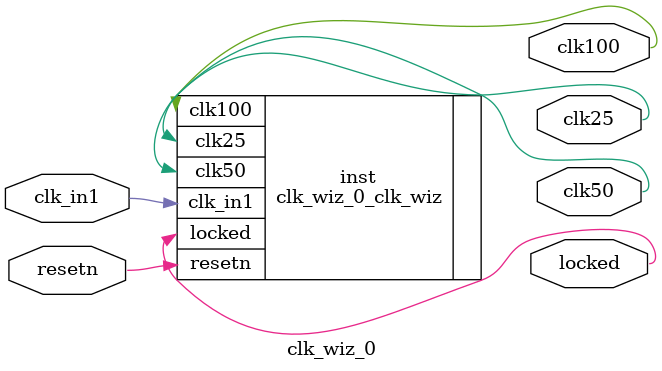
<source format=v>


`timescale 1ps/1ps

(* CORE_GENERATION_INFO = "clk_wiz_0,clk_wiz_v6_0_8_0_0,{component_name=clk_wiz_0,use_phase_alignment=true,use_min_o_jitter=false,use_max_i_jitter=false,use_dyn_phase_shift=false,use_inclk_switchover=false,use_dyn_reconfig=false,enable_axi=0,feedback_source=FDBK_AUTO,PRIMITIVE=MMCM,num_out_clk=3,clkin1_period=83.333,clkin2_period=10.0,use_power_down=false,use_reset=true,use_locked=true,use_inclk_stopped=false,feedback_type=SINGLE,CLOCK_MGR_TYPE=NA,manual_override=false}" *)

module clk_wiz_0 
 (
  // Clock out ports
  output        clk50,
  output        clk25,
  output        clk100,
  // Status and control signals
  input         resetn,
  output        locked,
 // Clock in ports
  input         clk_in1
 );

  clk_wiz_0_clk_wiz inst
  (
  // Clock out ports  
  .clk50(clk50),
  .clk25(clk25),
  .clk100(clk100),
  // Status and control signals               
  .resetn(resetn), 
  .locked(locked),
 // Clock in ports
  .clk_in1(clk_in1)
  );

endmodule

</source>
